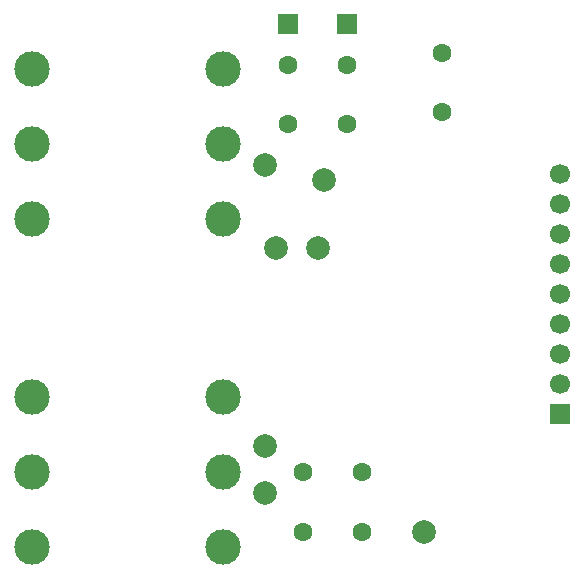
<source format=gbr>
%TF.GenerationSoftware,KiCad,Pcbnew,9.0.4*%
%TF.CreationDate,2025-09-24T19:41:08-07:00*%
%TF.ProjectId,LE_FRONTEND,4c455f46-524f-44e5-9445-4e442e6b6963,rev?*%
%TF.SameCoordinates,Original*%
%TF.FileFunction,Soldermask,Bot*%
%TF.FilePolarity,Negative*%
%FSLAX46Y46*%
G04 Gerber Fmt 4.6, Leading zero omitted, Abs format (unit mm)*
G04 Created by KiCad (PCBNEW 9.0.4) date 2025-09-24 19:41:08*
%MOMM*%
%LPD*%
G01*
G04 APERTURE LIST*
%ADD10R,1.700000X1.700000*%
%ADD11C,1.700000*%
%ADD12C,1.600000*%
%ADD13C,3.000000*%
%ADD14C,2.000000*%
G04 APERTURE END LIST*
D10*
%TO.C,J3*%
X112500000Y-146580000D03*
D11*
X112500000Y-144040000D03*
X112500000Y-141500000D03*
X112500000Y-138960000D03*
X112500000Y-136420000D03*
X112500000Y-133880000D03*
X112500000Y-131340000D03*
X112500000Y-128800000D03*
X112500000Y-126260000D03*
%TD*%
D12*
%TO.C,C2*%
X94500000Y-117000000D03*
X94500000Y-122000000D03*
%TD*%
D13*
%TO.C,J5*%
X67770000Y-151500000D03*
X84000000Y-151500000D03*
X67770000Y-157850000D03*
X84000000Y-157850000D03*
X67770000Y-145150000D03*
X84000000Y-145150000D03*
%TD*%
D14*
%TO.C,JIN_TP1*%
X88500000Y-132500000D03*
%TD*%
D12*
%TO.C,C21*%
X90750000Y-156500000D03*
X90750000Y-151500000D03*
%TD*%
%TO.C,C24*%
X95750000Y-151500000D03*
X95750000Y-156500000D03*
%TD*%
D13*
%TO.C,J1*%
X84000000Y-123650000D03*
X67770000Y-123650000D03*
X84000000Y-117300000D03*
X67770000Y-117300000D03*
X84000000Y-130000000D03*
X67770000Y-130000000D03*
%TD*%
D14*
%TO.C,1V2_TP1*%
X87500000Y-153250000D03*
%TD*%
%TO.C,OP_BRO1*%
X92500000Y-126750000D03*
%TD*%
%TO.C,JOUT_TP1*%
X101000000Y-156500000D03*
%TD*%
%TO.C,2V5TP1*%
X87500000Y-149250000D03*
%TD*%
D12*
%TO.C,C1*%
X89500000Y-122000000D03*
X89500000Y-117000000D03*
%TD*%
D14*
%TO.C,BRO_TP1*%
X87500000Y-125500000D03*
%TD*%
D10*
%TO.C,J2*%
X89500000Y-113500000D03*
%TD*%
D12*
%TO.C,C3*%
X102500000Y-116000000D03*
X102500000Y-121000000D03*
%TD*%
D10*
%TO.C,J6*%
X94500000Y-113500000D03*
%TD*%
D14*
%TO.C,OP_JIN1*%
X92000000Y-132500000D03*
%TD*%
M02*

</source>
